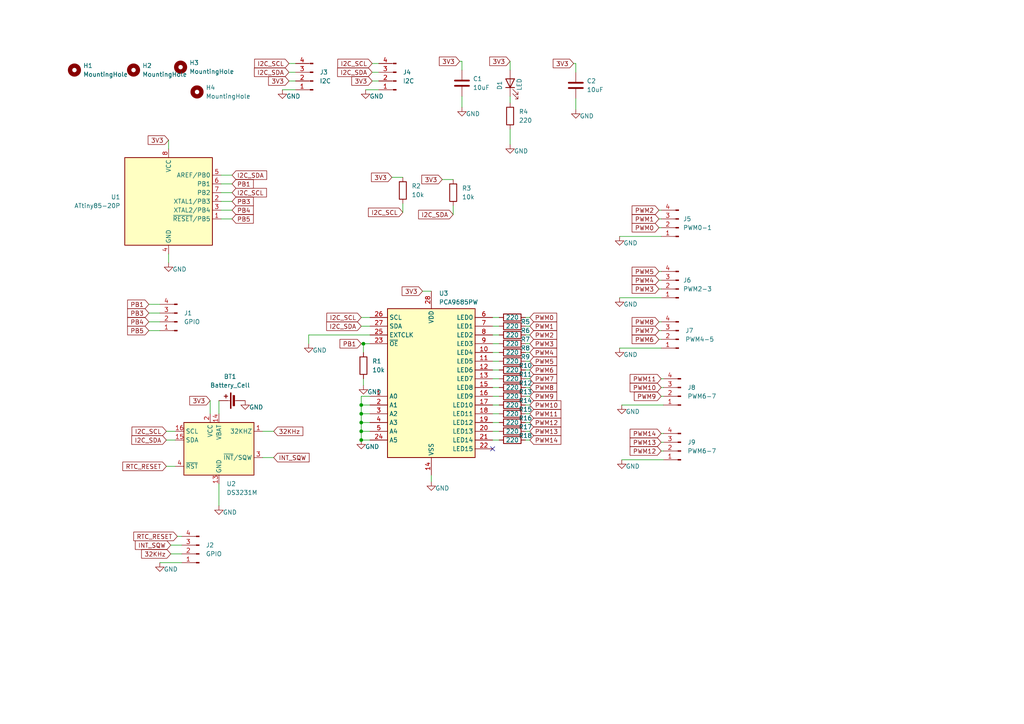
<source format=kicad_sch>
(kicad_sch (version 20231120) (generator "eeschema") (generator_version "8.0")
  (paper "A4")
  (lib_symbols
    (symbol "Connector:Conn_01x04_Male" (pin_names (offset 1.016) hide)
      (property "Reference" "J" (at 0 5.08 0))
      (property "Value" "Conn_01x04_Male" (at 0 -7.62 0))
      (symbol "Conn_01x04_Male_1_1"
        (polyline (pts (xy 1.27 -5.08) (xy 0.8636 -5.08)) (stroke (width 0.1524)))
        (polyline (pts (xy 1.27 -2.54) (xy 0.8636 -2.54)) (stroke (width 0.1524)))
        (polyline (pts (xy 1.27 0) (xy 0.8636 0)) (stroke (width 0.1524)))
        (polyline (pts (xy 1.27 2.54) (xy 0.8636 2.54)) (stroke (width 0.1524)))
        (rectangle (start 0.8636 -4.953) (end 0 -5.207) (stroke (width 0.1524)) (fill (type outline)))
        (rectangle (start 0.8636 -2.413) (end 0 -2.667) (stroke (width 0.1524)) (fill (type outline)))
        (rectangle (start 0.8636 0.127) (end 0 -0.127) (stroke (width 0.1524)) (fill (type outline)))
        (rectangle (start 0.8636 2.667) (end 0 2.413) (stroke (width 0.1524)) (fill (type outline)))
        (pin passive line (at 5.08 2.54 180) (length 3.81) (name "Pin_1") (number "1"))
        (pin passive line (at 5.08 0 180) (length 3.81) (name "Pin_2") (number "2"))
        (pin passive line (at 5.08 -2.54 180) (length 3.81) (name "Pin_3") (number "3"))
        (pin passive line (at 5.08 -5.08 180) (length 3.81) (name "Pin_4") (number "4"))
      )
    )
    (symbol "Device:Battery_Cell" (pin_numbers hide) (pin_names (offset 0) hide)
      (property "Reference" "BT" (at 2.54 2.54 0))
      (property "Value" "Battery_Cell" (at 2.54 0 0))
      (symbol "Battery_Cell_0_1"
        (rectangle (start -2.286 1.778) (end 2.286 1.524) (fill (type outline)))
        (rectangle (start -1.524 1.016) (end 1.524 0.508) (fill (type outline)))
        (polyline (pts (xy 0 0.762) (xy 0 0)))
        (polyline (pts (xy 0 1.778) (xy 0 2.54)))
        (polyline (pts (xy 0.762 3.048) (xy 1.778 3.048)) (stroke (width 0.254)))
        (polyline (pts (xy 1.27 3.556) (xy 1.27 2.54)) (stroke (width 0.254)))
      )
      (symbol "Battery_Cell_1_1"
        (pin passive line (at 0 5.08 270) (length 2.54) (name "+") (number "1"))
        (pin passive line (at 0 -2.54 90) (length 2.54) (name "-") (number "2"))
      )
    )
    (symbol "Device:C" (pin_numbers hide) (pin_names (offset 0.254))
      (property "Reference" "C" (at 0.635 2.54 0))
      (property "Value" "C" (at 0.635 -2.54 0))
      (symbol "C_0_1"
        (polyline (pts (xy -2.032 -0.762) (xy 2.032 -0.762)) (stroke (width 0.508)))
        (polyline (pts (xy -2.032 0.762) (xy 2.032 0.762)) (stroke (width 0.508)))
      )
      (symbol "C_1_1"
        (pin passive line (at 0 3.81 270) (length 2.794) (name "~") (number "1"))
        (pin passive line (at 0 -3.81 90) (length 2.794) (name "~") (number "2"))
      )
    )
    (symbol "Device:LED" (pin_numbers hide) (pin_names (offset 1.016) hide)
      (property "Reference" "D" (at 0 2.54 0))
      (property "Value" "LED" (at 0 -2.54 0))
      (symbol "LED_0_1"
        (polyline (pts (xy -1.27 -1.27) (xy -1.27 1.27)) (stroke (width 0.254)))
        (polyline (pts (xy -1.27 0) (xy 1.27 0)))
        (polyline (pts (xy 1.27 -1.27) (xy 1.27 1.27) (xy -1.27 0) (xy 1.27 -1.27)) (stroke (width 0.254)))
        (polyline (pts (xy -3.048 -0.762) (xy -4.572 -2.286) (xy -3.81 -2.286) (xy -4.572 -2.286) (xy -4.572 -1.524)))
        (polyline (pts (xy -1.778 -0.762) (xy -3.302 -2.286) (xy -2.54 -2.286) (xy -3.302 -2.286) (xy -3.302 -1.524)))
      )
      (symbol "LED_1_1"
        (pin passive line (at -3.81 0 0) (length 2.54) (name "K") (number "1"))
        (pin passive line (at 3.81 0 180) (length 2.54) (name "A") (number "2"))
      )
    )
    (symbol "Device:R" (pin_numbers hide) (pin_names (offset 0))
      (property "Reference" "R" (at 2.032 0 90))
      (property "Value" "R" (at 0 0 90))
      (symbol "R_0_1"
        (rectangle (start -1.016 -2.54) (end 1.016 2.54) (stroke (width 0.254)))
      )
      (symbol "R_1_1"
        (pin passive line (at 0 3.81 270) (length 1.27) (name "~") (number "1"))
        (pin passive line (at 0 -3.81 90) (length 1.27) (name "~") (number "2"))
      )
    )
    (symbol "Driver_LED:PCA9685PW"
      (property "Reference" "U" (at -12.7 22.225 0))
      (property "Value" "PCA9685PW" (at 1.27 22.225 0))
      (symbol "PCA9685PW_0_1"
        (rectangle (start -12.7 20.32) (end 12.7 -22.86) (stroke (width 0.254)) (fill (type background)))
      )
      (symbol "PCA9685PW_1_1"
        (pin input line (at -17.78 -5.08 0) (length 5.08) (name "A0") (number "1"))
        (pin output line (at 17.78 7.62 180) (length 5.08) (name "LED4") (number "10"))
        (pin output line (at 17.78 5.08 180) (length 5.08) (name "LED5") (number "11"))
        (pin output line (at 17.78 2.54 180) (length 5.08) (name "LED6") (number "12"))
        (pin output line (at 17.78 0 180) (length 5.08) (name "LED7") (number "13"))
        (pin power_in line (at 0 -27.94 90) (length 5.08) (name "VSS") (number "14"))
        (pin output line (at 17.78 -2.54 180) (length 5.08) (name "LED8") (number "15"))
        (pin output line (at 17.78 -5.08 180) (length 5.08) (name "LED9") (number "16"))
        (pin output line (at 17.78 -7.62 180) (length 5.08) (name "LED10") (number "17"))
        (pin output line (at 17.78 -10.16 180) (length 5.08) (name "LED11") (number "18"))
        (pin output line (at 17.78 -12.7 180) (length 5.08) (name "LED12") (number "19"))
        (pin input line (at -17.78 -7.62 0) (length 5.08) (name "A1") (number "2"))
        (pin output line (at 17.78 -15.24 180) (length 5.08) (name "LED13") (number "20"))
        (pin output line (at 17.78 -17.78 180) (length 5.08) (name "LED14") (number "21"))
        (pin output line (at 17.78 -20.32 180) (length 5.08) (name "LED15") (number "22"))
        (pin input line (at -17.78 10.16 0) (length 5.08) (name "~{OE}") (number "23"))
        (pin input line (at -17.78 -17.78 0) (length 5.08) (name "A5") (number "24"))
        (pin input line (at -17.78 12.7 0) (length 5.08) (name "EXTCLK") (number "25"))
        (pin input line (at -17.78 17.78 0) (length 5.08) (name "SCL") (number "26"))
        (pin bidirectional line (at -17.78 15.24 0) (length 5.08) (name "SDA") (number "27"))
        (pin power_in line (at 0 25.4 270) (length 5.08) (name "VDD") (number "28"))
        (pin input line (at -17.78 -10.16 0) (length 5.08) (name "A2") (number "3"))
        (pin input line (at -17.78 -12.7 0) (length 5.08) (name "A3") (number "4"))
        (pin input line (at -17.78 -15.24 0) (length 5.08) (name "A4") (number "5"))
        (pin output line (at 17.78 17.78 180) (length 5.08) (name "LED0") (number "6"))
        (pin output line (at 17.78 15.24 180) (length 5.08) (name "LED1") (number "7"))
        (pin output line (at 17.78 12.7 180) (length 5.08) (name "LED2") (number "8"))
        (pin output line (at 17.78 10.16 180) (length 5.08) (name "LED3") (number "9"))
      )
    )
    (symbol "MCU_Microchip_ATtiny:ATtiny85-20P"
      (property "Reference" "U" (at -12.7 13.97 0))
      (property "Value" "ATtiny85-20P" (at 2.54 -13.97 0))
      (symbol "ATtiny85-20P_0_1"
        (rectangle (start -12.7 -12.7) (end 12.7 12.7) (stroke (width 0.254)) (fill (type background)))
      )
      (symbol "ATtiny85-20P_1_1"
        (pin bidirectional line (at 15.24 -5.08 180) (length 2.54) (name "~{RESET}/PB5") (number "1"))
        (pin bidirectional line (at 15.24 0 180) (length 2.54) (name "XTAL1/PB3") (number "2"))
        (pin bidirectional line (at 15.24 -2.54 180) (length 2.54) (name "XTAL2/PB4") (number "3"))
        (pin power_in line (at 0 -15.24 90) (length 2.54) (name "GND") (number "4"))
        (pin bidirectional line (at 15.24 7.62 180) (length 2.54) (name "AREF/PB0") (number "5"))
        (pin bidirectional line (at 15.24 5.08 180) (length 2.54) (name "PB1") (number "6"))
        (pin bidirectional line (at 15.24 2.54 180) (length 2.54) (name "PB2") (number "7"))
        (pin power_in line (at 0 15.24 270) (length 2.54) (name "VCC") (number "8"))
      )
    )
    (symbol "Mechanical:MountingHole" (pin_names (offset 1.016))
      (property "Reference" "H" (at 0 5.08 0))
      (property "Value" "MountingHole" (at 0 3.175 0))
      (symbol "MountingHole_0_1"
        (circle (center 0 0) (radius 1.27) (stroke (width 1.27)))
      )
    )
    (symbol "Timer_RTC:DS3231M"
      (property "Reference" "U" (at -7.62 8.89 0))
      (property "Value" "DS3231M" (at 10.16 8.89 0))
      (symbol "DS3231M_0_1"
        (rectangle (start -10.16 7.62) (end 10.16 -7.62) (stroke (width 0.254)) (fill (type background)))
      )
      (symbol "DS3231M_1_1"
        (pin open_collector line (at 12.7 5.08 180) (length 2.54) (name "32KHZ") (number "1"))
        (pin passive line (at 0 -10.16 90) (length 2.54) hide (name "GND") (number "10"))
        (pin passive line (at 0 -10.16 90) (length 2.54) hide (name "GND") (number "11"))
        (pin passive line (at 0 -10.16 90) (length 2.54) hide (name "GND") (number "12"))
        (pin power_in line (at 0 -10.16 90) (length 2.54) (name "GND") (number "13"))
        (pin power_in line (at 0 10.16 270) (length 2.54) (name "VBAT") (number "14"))
        (pin bidirectional line (at -12.7 2.54 0) (length 2.54) (name "SDA") (number "15"))
        (pin input line (at -12.7 5.08 0) (length 2.54) (name "SCL") (number "16"))
        (pin power_in line (at -2.54 10.16 270) (length 2.54) (name "VCC") (number "2"))
        (pin open_collector line (at 12.7 -2.54 180) (length 2.54) (name "~{INT}/SQW") (number "3"))
        (pin bidirectional line (at -12.7 -5.08 0) (length 2.54) (name "~{RST}") (number "4"))
        (pin passive line (at 0 -10.16 90) (length 2.54) hide (name "GND") (number "5"))
        (pin passive line (at 0 -10.16 90) (length 2.54) hide (name "GND") (number "6"))
        (pin passive line (at 0 -10.16 90) (length 2.54) hide (name "GND") (number "7"))
        (pin passive line (at 0 -10.16 90) (length 2.54) hide (name "GND") (number "8"))
        (pin passive line (at 0 -10.16 90) (length 2.54) hide (name "GND") (number "9"))
      )
    )
    (symbol "power:GND" (power) (pin_names (offset 0))
      (property "Value" "GND" (at 0 -3.81 0))
      (symbol "GND_0_1"
        (polyline (pts (xy 0 0) (xy 0 -1.27) (xy 1.27 -1.27) (xy 0 -2.54) (xy -1.27 -1.27) (xy 0 -1.27)))
      )
      (symbol "GND_1_1"
        (pin power_in line (at 0 0 270) (length 0) hide (name "GND") (number "1"))
      )
    )
  )
  (junction (at 104.775 127.635))
  (junction (at 104.775 125.095))
  (junction (at 104.775 122.555))
  (junction (at 104.775 120.015))
  (junction (at 104.775 117.475))
  (junction (at 105.41 99.695))
  (no_connect (at 142.875 130.175))
  (wire (pts (xy 104.775 125.095) (xy 104.775 127.635)))
  (wire (pts (xy 179.705 100.965) (xy 191.77 100.965)))
  (wire (pts (xy 144.78 102.235) (xy 142.875 102.235)))
  (wire (pts (xy 133.985 31.115) (xy 133.985 27.94)))
  (wire (pts (xy 43.18 88.265) (xy 46.355 88.265)))
  (wire (pts (xy 191.135 83.82) (xy 191.77 83.82)))
  (wire (pts (xy 122.555 84.455) (xy 125.095 84.455)))
  (wire (pts (xy 107.315 122.555) (xy 104.775 122.555)))
  (wire (pts (xy 51.435 155.575) (xy 52.705 155.575)))
  (wire (pts (xy 83.82 18.415) (xy 85.725 18.415)))
  (wire (pts (xy 105.41 109.855) (xy 105.41 111.76)))
  (wire (pts (xy 147.955 29.845) (xy 147.955 27.94)))
  (wire (pts (xy 67.31 55.88) (xy 64.135 55.88)))
  (wire (pts (xy 133.985 17.78) (xy 133.985 20.32)))
  (wire (pts (xy 144.78 112.395) (xy 142.875 112.395)))
  (wire (pts (xy 144.78 125.095) (xy 142.875 125.095)))
  (wire (pts (xy 179.705 68.58) (xy 191.77 68.58)))
  (wire (pts (xy 152.4 104.775) (xy 153.67 104.775)))
  (wire (pts (xy 48.895 76.2) (xy 48.895 73.66)))
  (wire (pts (xy 152.4 120.015) (xy 153.67 120.015)))
  (wire (pts (xy 104.775 99.695) (xy 105.41 99.695)))
  (wire (pts (xy 67.31 63.5) (xy 64.135 63.5)))
  (wire (pts (xy 191.77 109.855) (xy 192.405 109.855)))
  (wire (pts (xy 147.955 41.91) (xy 147.955 37.465)))
  (wire (pts (xy 48.26 127.635) (xy 50.8 127.635)))
  (wire (pts (xy 152.4 92.075) (xy 153.67 92.075)))
  (wire (pts (xy 104.775 117.475) (xy 104.775 120.015)))
  (wire (pts (xy 152.4 117.475) (xy 153.67 117.475)))
  (wire (pts (xy 191.77 114.935) (xy 192.405 114.935)))
  (wire (pts (xy 104.775 114.935) (xy 104.775 117.475)))
  (wire (pts (xy 191.77 125.73) (xy 192.405 125.73)))
  (wire (pts (xy 144.78 107.315) (xy 142.875 107.315)))
  (wire (pts (xy 48.895 40.64) (xy 48.895 43.18)))
  (wire (pts (xy 60.96 116.205) (xy 60.96 120.015)))
  (wire (pts (xy 152.4 109.855) (xy 153.67 109.855)))
  (wire (pts (xy 107.315 117.475) (xy 104.775 117.475)))
  (wire (pts (xy 67.31 58.42) (xy 64.135 58.42)))
  (wire (pts (xy 116.84 51.435) (xy 113.665 51.435)))
  (wire (pts (xy 167.005 31.75) (xy 167.005 28.575)))
  (wire (pts (xy 107.95 18.415) (xy 109.855 18.415)))
  (wire (pts (xy 180.34 133.35) (xy 192.405 133.35)))
  (wire (pts (xy 67.31 60.96) (xy 64.135 60.96)))
  (wire (pts (xy 180.34 117.475) (xy 192.405 117.475)))
  (wire (pts (xy 83.82 20.955) (xy 85.725 20.955)))
  (wire (pts (xy 63.5 116.205) (xy 63.5 120.015)))
  (wire (pts (xy 107.315 120.015) (xy 104.775 120.015)))
  (wire (pts (xy 191.135 60.96) (xy 191.77 60.96)))
  (wire (pts (xy 147.955 17.78) (xy 147.955 20.32)))
  (wire (pts (xy 144.78 104.775) (xy 142.875 104.775)))
  (wire (pts (xy 191.135 81.28) (xy 191.77 81.28)))
  (wire (pts (xy 144.78 92.075) (xy 142.875 92.075)))
  (wire (pts (xy 166.37 18.415) (xy 167.005 18.415)))
  (wire (pts (xy 104.775 120.015) (xy 104.775 122.555)))
  (wire (pts (xy 104.775 125.095) (xy 107.315 125.095)))
  (wire (pts (xy 152.4 112.395) (xy 153.67 112.395)))
  (wire (pts (xy 152.4 122.555) (xy 153.67 122.555)))
  (wire (pts (xy 179.705 86.36) (xy 191.77 86.36)))
  (wire (pts (xy 107.315 97.155) (xy 89.535 97.155)))
  (wire (pts (xy 191.77 112.395) (xy 192.405 112.395)))
  (wire (pts (xy 105.41 99.695) (xy 107.315 99.695)))
  (wire (pts (xy 83.82 23.495) (xy 85.725 23.495)))
  (wire (pts (xy 152.4 102.235) (xy 153.67 102.235)))
  (wire (pts (xy 105.41 102.235) (xy 105.41 99.695)))
  (wire (pts (xy 43.18 90.805) (xy 46.355 90.805)))
  (wire (pts (xy 125.095 139.7) (xy 125.095 137.795)))
  (wire (pts (xy 144.78 114.935) (xy 142.875 114.935)))
  (wire (pts (xy 43.18 95.885) (xy 46.355 95.885)))
  (wire (pts (xy 167.005 18.415) (xy 167.005 20.955)))
  (wire (pts (xy 107.95 20.955) (xy 109.855 20.955)))
  (wire (pts (xy 107.315 114.935) (xy 104.775 114.935)))
  (wire (pts (xy 48.26 135.255) (xy 50.8 135.255)))
  (wire (pts (xy 43.18 93.345) (xy 46.355 93.345)))
  (wire (pts (xy 48.26 125.095) (xy 50.8 125.095)))
  (wire (pts (xy 67.31 53.34) (xy 64.135 53.34)))
  (wire (pts (xy 144.78 127.635) (xy 142.875 127.635)))
  (wire (pts (xy 152.4 97.155) (xy 153.67 97.155)))
  (wire (pts (xy 144.78 97.155) (xy 142.875 97.155)))
  (wire (pts (xy 144.78 109.855) (xy 142.875 109.855)))
  (wire (pts (xy 79.375 125.095) (xy 76.2 125.095)))
  (wire (pts (xy 104.775 127.635) (xy 107.315 127.635)))
  (wire (pts (xy 144.78 117.475) (xy 142.875 117.475)))
  (wire (pts (xy 67.31 50.8) (xy 64.135 50.8)))
  (wire (pts (xy 89.535 97.155) (xy 89.535 99.695)))
  (wire (pts (xy 133.35 17.78) (xy 133.985 17.78)))
  (wire (pts (xy 104.775 122.555) (xy 104.775 125.095)))
  (wire (pts (xy 116.84 61.595) (xy 116.84 59.055)))
  (wire (pts (xy 191.77 128.27) (xy 192.405 128.27)))
  (wire (pts (xy 144.78 94.615) (xy 142.875 94.615)))
  (wire (pts (xy 49.53 158.115) (xy 52.705 158.115)))
  (wire (pts (xy 152.4 107.315) (xy 153.67 107.315)))
  (wire (pts (xy 81.915 26.035) (xy 85.725 26.035)))
  (wire (pts (xy 191.135 95.885) (xy 191.77 95.885)))
  (wire (pts (xy 144.78 120.015) (xy 142.875 120.015)))
  (wire (pts (xy 131.445 52.07) (xy 128.27 52.07)))
  (wire (pts (xy 107.95 23.495) (xy 109.855 23.495)))
  (wire (pts (xy 152.4 125.095) (xy 153.67 125.095)))
  (wire (pts (xy 152.4 99.695) (xy 153.67 99.695)))
  (wire (pts (xy 131.445 62.23) (xy 131.445 59.69)))
  (wire (pts (xy 63.5 146.685) (xy 63.5 140.335)))
  (wire (pts (xy 191.135 66.04) (xy 191.77 66.04)))
  (wire (pts (xy 191.135 93.345) (xy 191.77 93.345)))
  (wire (pts (xy 144.78 99.695) (xy 142.875 99.695)))
  (wire (pts (xy 49.53 160.655) (xy 52.705 160.655)))
  (wire (pts (xy 46.355 163.195) (xy 52.705 163.195)))
  (wire (pts (xy 106.045 26.035) (xy 109.855 26.035)))
  (wire (pts (xy 152.4 127.635) (xy 153.67 127.635)))
  (wire (pts (xy 191.135 98.425) (xy 191.77 98.425)))
  (wire (pts (xy 144.78 122.555) (xy 142.875 122.555)))
  (wire (pts (xy 191.77 130.81) (xy 192.405 130.81)))
  (wire (pts (xy 191.135 78.74) (xy 191.77 78.74)))
  (wire (pts (xy 79.375 132.715) (xy 76.2 132.715)))
  (wire (pts (xy 104.775 92.075) (xy 107.315 92.075)))
  (wire (pts (xy 104.775 94.615) (xy 107.315 94.615)))
  (wire (pts (xy 191.135 63.5) (xy 191.77 63.5)))
  (wire (pts (xy 152.4 94.615) (xy 153.67 94.615)))
  (wire (pts (xy 152.4 114.935) (xy 153.67 114.935)))
  (global_label "PWM11" (shape input) (at 153.67 120.015 0) (property "Intersheetrefs" "${INTERSHEET_REFS}" (effects (hide yes))))
  (global_label "PWM0" (shape input) (at 191.135 66.04 180) (property "Intersheetrefs" "${INTERSHEET_REFS}" (effects (hide yes))))
  (global_label "3V3" (shape input) (at 113.665 51.435 180) (property "Intersheetrefs" "${INTERSHEET_REFS}" (effects (hide yes))))
  (global_label "PWM12" (shape input) (at 153.67 122.555 0) (property "Intersheetrefs" "${INTERSHEET_REFS}" (effects (hide yes))))
  (global_label "I2C_SCL" (shape input) (at 83.82 18.415 180) (property "Intersheetrefs" "${INTERSHEET_REFS}" (effects (hide yes))))
  (global_label "PWM6" (shape input) (at 153.67 107.315 0) (property "Intersheetrefs" "${INTERSHEET_REFS}" (effects (hide yes))))
  (global_label "PWM3" (shape input) (at 191.135 83.82 180) (property "Intersheetrefs" "${INTERSHEET_REFS}" (effects (hide yes))))
  (global_label "I2C_SCL" (shape input) (at 116.84 61.595 180) (property "Intersheetrefs" "${INTERSHEET_REFS}" (effects (hide yes))))
  (global_label "I2C_SDA" (shape input) (at 83.82 20.955 180) (property "Intersheetrefs" "${INTERSHEET_REFS}" (effects (hide yes))))
  (global_label "PWM9" (shape input) (at 191.77 114.935 180) (property "Intersheetrefs" "${INTERSHEET_REFS}" (effects (hide yes))))
  (global_label "3V3" (shape input) (at 128.27 52.07 180) (property "Intersheetrefs" "${INTERSHEET_REFS}" (effects (hide yes))))
  (global_label "PB3" (shape input) (at 67.31 58.42 0) (property "Intersheetrefs" "${INTERSHEET_REFS}" (effects (hide yes))))
  (global_label "PWM13" (shape input) (at 191.77 128.27 180) (property "Intersheetrefs" "${INTERSHEET_REFS}" (effects (hide yes))))
  (global_label "3V3" (shape input) (at 83.82 23.495 180) (property "Intersheetrefs" "${INTERSHEET_REFS}" (effects (hide yes))))
  (global_label "3V3" (shape input) (at 133.35 17.78 180) (property "Intersheetrefs" "${INTERSHEET_REFS}" (effects (hide yes))))
  (global_label "PB5" (shape input) (at 43.18 95.885 180) (property "Intersheetrefs" "${INTERSHEET_REFS}" (effects (hide yes))))
  (global_label "INT_SQW" (shape input) (at 79.375 132.715 0) (property "Intersheetrefs" "${INTERSHEET_REFS}" (effects (hide yes))))
  (global_label "PWM3" (shape input) (at 153.67 99.695 0) (property "Intersheetrefs" "${INTERSHEET_REFS}" (effects (hide yes))))
  (global_label "PWM2" (shape input) (at 153.67 97.155 0) (property "Intersheetrefs" "${INTERSHEET_REFS}" (effects (hide yes))))
  (global_label "RTC_RESET" (shape input) (at 48.26 135.255 180) (property "Intersheetrefs" "${INTERSHEET_REFS}" (effects (hide yes))))
  (global_label "3V3" (shape input) (at 60.96 116.205 180) (property "Intersheetrefs" "${INTERSHEET_REFS}" (effects (hide yes))))
  (global_label "32KHz" (shape input) (at 49.53 160.655 180) (property "Intersheetrefs" "${INTERSHEET_REFS}" (effects (hide yes))))
  (global_label "3V3" (shape input) (at 107.95 23.495 180) (property "Intersheetrefs" "${INTERSHEET_REFS}" (effects (hide yes))))
  (global_label "PWM10" (shape input) (at 153.67 117.475 0) (property "Intersheetrefs" "${INTERSHEET_REFS}" (effects (hide yes))))
  (global_label "PB1" (shape input) (at 104.775 99.695 180) (property "Intersheetrefs" "${INTERSHEET_REFS}" (effects (hide yes))))
  (global_label "I2C_SDA" (shape input) (at 131.445 62.23 180) (property "Intersheetrefs" "${INTERSHEET_REFS}" (effects (hide yes))))
  (global_label "I2C_SCL" (shape input) (at 48.26 125.095 180) (property "Intersheetrefs" "${INTERSHEET_REFS}" (effects (hide yes))))
  (global_label "PB4" (shape input) (at 43.18 93.345 180) (property "Intersheetrefs" "${INTERSHEET_REFS}" (effects (hide yes))))
  (global_label "3V3" (shape input) (at 166.37 18.415 180) (property "Intersheetrefs" "${INTERSHEET_REFS}" (effects (hide yes))))
  (global_label "PB5" (shape input) (at 67.31 63.5 0) (property "Intersheetrefs" "${INTERSHEET_REFS}" (effects (hide yes))))
  (global_label "PWM6" (shape input) (at 191.135 98.425 180) (property "Intersheetrefs" "${INTERSHEET_REFS}" (effects (hide yes))))
  (global_label "3V3" (shape input) (at 147.955 17.78 180) (property "Intersheetrefs" "${INTERSHEET_REFS}" (effects (hide yes))))
  (global_label "PWM1" (shape input) (at 191.135 63.5 180) (property "Intersheetrefs" "${INTERSHEET_REFS}" (effects (hide yes))))
  (global_label "I2C_SDA" (shape input) (at 107.95 20.955 180) (property "Intersheetrefs" "${INTERSHEET_REFS}" (effects (hide yes))))
  (global_label "I2C_SCL" (shape input) (at 107.95 18.415 180) (property "Intersheetrefs" "${INTERSHEET_REFS}" (effects (hide yes))))
  (global_label "32KHz" (shape input) (at 79.375 125.095 0) (property "Intersheetrefs" "${INTERSHEET_REFS}" (effects (hide yes))))
  (global_label "PWM8" (shape input) (at 153.67 112.395 0) (property "Intersheetrefs" "${INTERSHEET_REFS}" (effects (hide yes))))
  (global_label "PWM9" (shape input) (at 153.67 114.935 0) (property "Intersheetrefs" "${INTERSHEET_REFS}" (effects (hide yes))))
  (global_label "3V3" (shape input) (at 48.895 40.64 180) (property "Intersheetrefs" "${INTERSHEET_REFS}" (effects (hide yes))))
  (global_label "PWM7" (shape input) (at 191.135 95.885 180) (property "Intersheetrefs" "${INTERSHEET_REFS}" (effects (hide yes))))
  (global_label "PWM1" (shape input) (at 153.67 94.615 0) (property "Intersheetrefs" "${INTERSHEET_REFS}" (effects (hide yes))))
  (global_label "PB1" (shape input) (at 43.18 88.265 180) (property "Intersheetrefs" "${INTERSHEET_REFS}" (effects (hide yes))))
  (global_label "I2C_SCL" (shape input) (at 67.31 55.88 0) (property "Intersheetrefs" "${INTERSHEET_REFS}" (effects (hide yes))))
  (global_label "PWM14" (shape input) (at 153.67 127.635 0) (property "Intersheetrefs" "${INTERSHEET_REFS}" (effects (hide yes))))
  (global_label "PWM4" (shape input) (at 153.67 102.235 0) (property "Intersheetrefs" "${INTERSHEET_REFS}" (effects (hide yes))))
  (global_label "I2C_SCL" (shape input) (at 104.775 92.075 180) (property "Intersheetrefs" "${INTERSHEET_REFS}" (effects (hide yes))))
  (global_label "PWM2" (shape input) (at 191.135 60.96 180) (property "Intersheetrefs" "${INTERSHEET_REFS}" (effects (hide yes))))
  (global_label "PB3" (shape input) (at 43.18 90.805 180) (property "Intersheetrefs" "${INTERSHEET_REFS}" (effects (hide yes))))
  (global_label "PWM14" (shape input) (at 191.77 125.73 180) (property "Intersheetrefs" "${INTERSHEET_REFS}" (effects (hide yes))))
  (global_label "3V3" (shape input) (at 122.555 84.455 180) (property "Intersheetrefs" "${INTERSHEET_REFS}" (effects (hide yes))))
  (global_label "INT_SQW" (shape input) (at 49.53 158.115 180) (property "Intersheetrefs" "${INTERSHEET_REFS}" (effects (hide yes))))
  (global_label "PWM11" (shape input) (at 191.77 109.855 180) (property "Intersheetrefs" "${INTERSHEET_REFS}" (effects (hide yes))))
  (global_label "I2C_SDA" (shape input) (at 104.775 94.615 180) (property "Intersheetrefs" "${INTERSHEET_REFS}" (effects (hide yes))))
  (global_label "PB1" (shape input) (at 67.31 53.34 0) (property "Intersheetrefs" "${INTERSHEET_REFS}" (effects (hide yes))))
  (global_label "PWM10" (shape input) (at 191.77 112.395 180) (property "Intersheetrefs" "${INTERSHEET_REFS}" (effects (hide yes))))
  (global_label "PWM5" (shape input) (at 191.135 78.74 180) (property "Intersheetrefs" "${INTERSHEET_REFS}" (effects (hide yes))))
  (global_label "PWM0" (shape input) (at 153.67 92.075 0) (property "Intersheetrefs" "${INTERSHEET_REFS}" (effects (hide yes))))
  (global_label "RTC_RESET" (shape input) (at 51.435 155.575 180) (property "Intersheetrefs" "${INTERSHEET_REFS}" (effects (hide yes))))
  (global_label "PWM8" (shape input) (at 191.135 93.345 180) (property "Intersheetrefs" "${INTERSHEET_REFS}" (effects (hide yes))))
  (global_label "PWM13" (shape input) (at 153.67 125.095 0) (property "Intersheetrefs" "${INTERSHEET_REFS}" (effects (hide yes))))
  (global_label "PWM4" (shape input) (at 191.135 81.28 180) (property "Intersheetrefs" "${INTERSHEET_REFS}" (effects (hide yes))))
  (global_label "PWM7" (shape input) (at 153.67 109.855 0) (property "Intersheetrefs" "${INTERSHEET_REFS}" (effects (hide yes))))
  (global_label "I2C_SDA" (shape input) (at 67.31 50.8 0) (property "Intersheetrefs" "${INTERSHEET_REFS}" (effects (hide yes))))
  (global_label "PWM12" (shape input) (at 191.77 130.81 180) (property "Intersheetrefs" "${INTERSHEET_REFS}" (effects (hide yes))))
  (global_label "PB4" (shape input) (at 67.31 60.96 0) (property "Intersheetrefs" "${INTERSHEET_REFS}" (effects (hide yes))))
  (global_label "I2C_SDA" (shape input) (at 48.26 127.635 180) (property "Intersheetrefs" "${INTERSHEET_REFS}" (effects (hide yes))))
  (global_label "PWM5" (shape input) (at 153.67 104.775 0) (property "Intersheetrefs" "${INTERSHEET_REFS}" (effects (hide yes))))
  (symbol (lib_id "Timer_RTC:DS3231M") (at 63.5 130.175 0) (unit 1)
    (property "Reference" "U2" (at 65.6941 140.335 0) (effects (justify left)))
    (property "Value" "DS3231M" (at 65.6941 142.875 0) (effects (justify left)))
    (property "Footprint" "Package_SO:SOIC-16W_7.5x10.3mm_P1.27mm" (effects (hide yes)))
    (property "Datasheet" "http://datasheets.maximintegrated.com/en/ds/DS3231.pdf" (effects (hide yes)))
  )
  (symbol (lib_id "Device:R") (at 148.59 120.015 90) (unit 1)
    (property "Reference" "R16" (at 152.4 121.285 90))
    (property "Value" "220" (at 148.59 120.015 90))
    (property "Footprint" "Resistor_SMD:R_0805_2012Metric" (effects (hide yes)))
  )
  (symbol (lib_id "Mechanical:MountingHole") (at 57.15 26.67 0) (unit 1)
    (property "Reference" "H4" (at 59.69 25.4 0) (effects (justify left)))
    (property "Value" "MountingHole" (at 59.69 27.94 0) (effects (justify left)))
    (property "Footprint" "MountingHole:MountingHole_3.2mm_M3_DIN965_Pad" (effects (hide yes)))
  )
  (symbol (lib_id "power:GND") (at 125.095 139.7 0) (unit 1)
    (property "Reference" "#PWR010" (effects (hide yes)))
    (property "Value" "GND" (at 128.27 141.605 0))
  )
  (symbol (lib_id "Device:R") (at 148.59 92.075 90) (unit 1)
    (property "Reference" "R5" (at 152.4 93.345 90))
    (property "Value" "220" (at 148.59 92.075 90))
    (property "Footprint" "Resistor_SMD:R_0805_2012Metric" (effects (hide yes)))
  )
  (symbol (lib_id "Device:R") (at 148.59 117.475 90) (unit 1)
    (property "Reference" "R15" (at 152.4 118.745 90))
    (property "Value" "220" (at 148.59 117.475 90))
    (property "Footprint" "Resistor_SMD:R_0805_2012Metric" (effects (hide yes)))
  )
  (symbol (lib_id "power:GND") (at 104.775 127.635 0) (unit 1)
    (property "Reference" "#PWR07" (effects (hide yes)))
    (property "Value" "GND" (at 107.95 129.54 0))
  )
  (symbol (lib_id "Mechanical:MountingHole") (at 52.3794 19.4803 0) (unit 1)
    (property "Reference" "H3" (at 54.9194 18.2103 0) (effects (justify left)))
    (property "Value" "MountingHole" (at 54.9194 20.7503 0) (effects (justify left)))
    (property "Footprint" "MountingHole:MountingHole_3.2mm_M3_DIN965_Pad" (effects (hide yes)))
  )
  (symbol (lib_id "Device:R") (at 148.59 107.315 90) (unit 1)
    (property "Reference" "R11" (at 152.4 108.585 90))
    (property "Value" "220" (at 148.59 107.315 90))
    (property "Footprint" "Resistor_SMD:R_0805_2012Metric" (effects (hide yes)))
  )
  (symbol (lib_id "Device:Battery_Cell") (at 68.58 116.205 90) (unit 1)
    (property "Reference" "BT1" (at 66.7385 109.22 90))
    (property "Value" "Battery_Cell" (at 66.7385 111.76 90))
    (property "Footprint" "Battery:BatteryHolder_Keystone_3000_1x12mm" (effects (hide yes)))
  )
  (symbol (lib_id "Connector:Conn_01x04_Male") (at 196.85 66.04 180) (unit 1)
    (property "Reference" "J5" (at 198.12 63.5 0) (effects (justify right)))
    (property "Value" "PWM0-1" (at 198.12 66.04 0) (effects (justify right)))
    (property "Footprint" "Connector_JST:JST_SH_BM04B-SRSS-TB_1x04-1MP_P1.00mm_Vertical" (effects (hide yes)))
    (property "Datasheet" "https://www.mouser.com/datasheet/2/737/4328_C13916_001_CCSH_W10_04_BK_RC_A-2490211.pdf" (effects (hide yes)))
    (property "Description" "Adafruit Accessories JST SH 4-pin Vertical Connector (10-pack) - Qwiic Compatible" (effects (hide yes)))
    (property "Digikey Part Number" "1528-4328-ND" (effects (hide yes)))
    (property "Digikey Price/Stock" "https://www.digikey.com/en/products/detail/adafruit-industries-llc/4328/10481838" (effects (hide yes)))
    (property "Manufacturer_Name" "Adafruit Industries LLC" (effects (hide yes)))
    (property "Manufacturer_Part_Number" "4328" (effects (hide yes)))
    (property "Mouser Part Number" "485-4328" (effects (hide yes)))
    (property "Mouser Price/Stock" "https://www.mouser.com/ProductDetail/Adafruit/4328?qs=wnTfsH77Xs6Ypm3wH0xoXg%3D%3D" (effects (hide yes)))
    (property "Unit Price" "3.95" (effects (hide yes)))
  )
  (symbol (lib_id "power:GND") (at 48.895 76.2 0) (unit 1)
    (property "Reference" "#PWR02" (effects (hide yes)))
    (property "Value" "GND" (at 52.07 78.105 0))
  )
  (symbol (lib_id "power:GND") (at 179.705 68.58 0) (unit 1)
    (property "Reference" "#PWR014" (effects (hide yes)))
    (property "Value" "GND" (at 182.88 70.485 0))
  )
  (symbol (lib_id "power:GND") (at 147.955 41.91 0) (unit 1)
    (property "Reference" "#PWR012" (effects (hide yes)))
    (property "Value" "GND" (at 151.13 43.815 0))
  )
  (symbol (lib_id "Connector:Conn_01x04_Male") (at 197.485 130.81 180) (unit 1)
    (property "Reference" "J9" (at 199.39 128.27 0) (effects (justify right)))
    (property "Value" "PWM6-7" (at 199.39 130.81 0) (effects (justify right)))
    (property "Footprint" "Connector_JST:JST_SH_BM04B-SRSS-TB_1x04-1MP_P1.00mm_Vertical" (effects (hide yes)))
    (property "Datasheet" "https://www.mouser.com/datasheet/2/737/4328_C13916_001_CCSH_W10_04_BK_RC_A-2490211.pdf" (effects (hide yes)))
    (property "Description" "Adafruit Accessories JST SH 4-pin Vertical Connector (10-pack) - Qwiic Compatible" (effects (hide yes)))
    (property "Digikey Part Number" "1528-4328-ND" (effects (hide yes)))
    (property "Digikey Price/Stock" "https://www.digikey.com/en/products/detail/adafruit-industries-llc/4328/10481838" (effects (hide yes)))
    (property "Manufacturer_Name" "Adafruit Industries LLC" (effects (hide yes)))
    (property "Manufacturer_Part_Number" "4328" (effects (hide yes)))
    (property "Mouser Part Number" "485-4328" (effects (hide yes)))
    (property "Mouser Price/Stock" "https://www.mouser.com/ProductDetail/Adafruit/4328?qs=wnTfsH77Xs6Ypm3wH0xoXg%3D%3D" (effects (hide yes)))
    (property "Unit Price" "3.95" (effects (hide yes)))
  )
  (symbol (lib_id "Connector:Conn_01x04_Male") (at 57.785 160.655 180) (unit 1)
    (property "Reference" "J2" (at 59.69 158.115 0) (effects (justify right)))
    (property "Value" "GPIO" (at 59.69 160.655 0) (effects (justify right)))
    (property "Footprint" "Connector_JST:JST_SH_BM04B-SRSS-TB_1x04-1MP_P1.00mm_Vertical" (effects (hide yes)))
    (property "Datasheet" "https://www.mouser.com/datasheet/2/737/4328_C13916_001_CCSH_W10_04_BK_RC_A-2490211.pdf" (effects (hide yes)))
    (property "Description" "Adafruit Accessories JST SH 4-pin Vertical Connector (10-pack) - Qwiic Compatible" (effects (hide yes)))
    (property "Digikey Part Number" "1528-4328-ND" (effects (hide yes)))
    (property "Digikey Price/Stock" "https://www.digikey.com/en/products/detail/adafruit-industries-llc/4328/10481838" (effects (hide yes)))
    (property "Manufacturer_Name" "Adafruit Industries LLC" (effects (hide yes)))
    (property "Manufacturer_Part_Number" "4328" (effects (hide yes)))
    (property "Mouser Part Number" "485-4328" (effects (hide yes)))
    (property "Mouser Price/Stock" "https://www.mouser.com/ProductDetail/Adafruit/4328?qs=wnTfsH77Xs6Ypm3wH0xoXg%3D%3D" (effects (hide yes)))
    (property "Unit Price" "3.95" (effects (hide yes)))
  )
  (symbol (lib_id "Device:R") (at 105.41 106.045 0) (unit 1)
    (property "Reference" "R1" (at 107.95 104.775 0) (effects (justify left)))
    (property "Value" "10k" (at 107.95 107.315 0) (effects (justify left)))
    (property "Footprint" "Resistor_SMD:R_0805_2012Metric" (effects (hide yes)))
  )
  (symbol (lib_id "power:GND") (at 106.045 26.035 0) (unit 1)
    (property "Reference" "#PWR09" (effects (hide yes)))
    (property "Value" "GND" (at 109.22 27.94 0))
  )
  (symbol (lib_id "Device:R") (at 148.59 97.155 90) (unit 1)
    (property "Reference" "R7" (at 152.4 98.425 90))
    (property "Value" "220" (at 148.59 97.155 90))
    (property "Footprint" "Resistor_SMD:R_0805_2012Metric" (effects (hide yes)))
  )
  (symbol (lib_id "power:GND") (at 89.535 99.695 0) (unit 1)
    (property "Reference" "#PWR06" (effects (hide yes)))
    (property "Value" "GND" (at 92.71 101.6 0))
  )
  (symbol (lib_id "Device:R") (at 131.445 55.88 0) (unit 1)
    (property "Reference" "R3" (at 133.985 54.61 0) (effects (justify left)))
    (property "Value" "10k" (at 133.985 57.15 0) (effects (justify left)))
    (property "Footprint" "Resistor_SMD:R_0805_2012Metric" (effects (hide yes)))
  )
  (symbol (lib_id "power:GND") (at 133.985 31.115 0) (unit 1)
    (property "Reference" "#PWR011" (effects (hide yes)))
    (property "Value" "GND" (at 137.16 33.02 0))
  )
  (symbol (lib_id "Device:R") (at 148.59 99.695 90) (unit 1)
    (property "Reference" "R8" (at 152.4 100.965 90))
    (property "Value" "220" (at 148.59 99.695 90))
    (property "Footprint" "Resistor_SMD:R_0805_2012Metric" (effects (hide yes)))
  )
  (symbol (lib_id "Connector:Conn_01x04_Male") (at 90.805 23.495 180) (unit 1)
    (property "Reference" "J3" (at 92.71 20.955 0) (effects (justify right)))
    (property "Value" "I2C" (at 92.71 23.495 0) (effects (justify right)))
    (property "Footprint" "Connector_JST:JST_SH_BM04B-SRSS-TB_1x04-1MP_P1.00mm_Vertical" (effects (hide yes)))
    (property "Datasheet" "https://www.mouser.com/datasheet/2/737/4328_C13916_001_CCSH_W10_04_BK_RC_A-2490211.pdf" (effects (hide yes)))
    (property "Description" "Adafruit Accessories JST SH 4-pin Vertical Connector (10-pack) - Qwiic Compatible" (effects (hide yes)))
    (property "Digikey Part Number" "1528-4328-ND" (effects (hide yes)))
    (property "Digikey Price/Stock" "https://www.digikey.com/en/products/detail/adafruit-industries-llc/4328/10481838" (effects (hide yes)))
    (property "Manufacturer_Name" "Adafruit Industries LLC" (effects (hide yes)))
    (property "Manufacturer_Part_Number" "4328" (effects (hide yes)))
    (property "Mouser Part Number" "485-4328" (effects (hide yes)))
    (property "Mouser Price/Stock" "https://www.mouser.com/ProductDetail/Adafruit/4328?qs=wnTfsH77Xs6Ypm3wH0xoXg%3D%3D" (effects (hide yes)))
    (property "Unit Price" "3.95" (effects (hide yes)))
  )
  (symbol (lib_id "Device:LED") (at 147.955 24.13 90) (unit 1)
    (property "Reference" "D1" (at 144.907 24.765 0))
    (property "Value" "LED" (at 150.622 24.511 0))
    (property "Footprint" "LED_SMD:LED_0805_2012Metric" (effects (hide yes)))
    (property "Datasheet" "https://www.mouser.com/datasheet/2/445/150080SS75000-1715426.pdf" (effects (hide yes)))
    (property "Description" "Standard LEDs - SMD WL-SMCW SMDMono TpVw Waterclr 0805 SprRed" (effects (hide yes)))
    (property "Manufacturer_Name" "Wurth Elektronik" (effects (hide yes)))
    (property "Manufacturer_Part_Number" "150080SS75000" (effects (hide yes)))
    (property "Mouser Part Number" "710-150080SS75000" (effects (hide yes)))
    (property "Mouser Price/Stock" "https://www.mouser.com/ProductDetail/Wurth-Elektronik/150080SS75000?qs=LlUlMxKIyB2zzpiaOzrUdw%3D%3D&mgh=1&gclid=Cj0KCQiAsdKbBhDHARIsANJ6-je6EvnZnMrN41Cw7OmtIoeA1M77nkrR8uA6h-nQYrJzVpGWrS1aDisaAhNlEALw_wcB" (effects (hide yes)))
  )
  (symbol (lib_id "MCU_Microchip_ATtiny:ATtiny85-20P") (at 48.895 58.42 0) (unit 1)
    (property "Reference" "U1" (at 34.925 57.15 0) (effects (justify right)))
    (property "Value" "ATtiny85-20P" (at 34.925 59.69 0) (effects (justify right)))
    (property "Footprint" "Package_DIP:DIP-8_W7.62mm" (effects (hide yes)))
    (property "Datasheet" "http://ww1.microchip.com/downloads/en/DeviceDoc/atmel-2586-avr-8-bit-microcontroller-attiny25-attiny45-attiny85_datasheet.pdf" (effects (hide yes)))
  )
  (symbol (lib_id "Mechanical:MountingHole") (at 38.735 20.32 0) (unit 1)
    (property "Reference" "H2" (at 41.275 19.05 0) (effects (justify left)))
    (property "Value" "MountingHole" (at 41.275 21.59 0) (effects (justify left)))
    (property "Footprint" "MountingHole:MountingHole_3.2mm_M3_DIN965_Pad" (effects (hide yes)))
  )
  (symbol (lib_id "Connector:Conn_01x04_Male") (at 51.435 93.345 180) (unit 1)
    (property "Reference" "J1" (at 53.34 90.805 0) (effects (justify right)))
    (property "Value" "GPIO" (at 53.34 93.345 0) (effects (justify right)))
    (property "Footprint" "Connector_JST:JST_SH_BM04B-SRSS-TB_1x04-1MP_P1.00mm_Vertical" (effects (hide yes)))
    (property "Datasheet" "https://www.mouser.com/datasheet/2/737/4328_C13916_001_CCSH_W10_04_BK_RC_A-2490211.pdf" (effects (hide yes)))
    (property "Description" "Adafruit Accessories JST SH 4-pin Vertical Connector (10-pack) - Qwiic Compatible" (effects (hide yes)))
    (property "Digikey Part Number" "1528-4328-ND" (effects (hide yes)))
    (property "Digikey Price/Stock" "https://www.digikey.com/en/products/detail/adafruit-industries-llc/4328/10481838" (effects (hide yes)))
    (property "Manufacturer_Name" "Adafruit Industries LLC" (effects (hide yes)))
    (property "Manufacturer_Part_Number" "4328" (effects (hide yes)))
    (property "Mouser Part Number" "485-4328" (effects (hide yes)))
    (property "Mouser Price/Stock" "https://www.mouser.com/ProductDetail/Adafruit/4328?qs=wnTfsH77Xs6Ypm3wH0xoXg%3D%3D" (effects (hide yes)))
    (property "Unit Price" "3.95" (effects (hide yes)))
  )
  (symbol (lib_id "Device:R") (at 148.59 125.095 90) (unit 1)
    (property "Reference" "R18" (at 152.4 126.365 90))
    (property "Value" "220" (at 148.59 125.095 90))
    (property "Footprint" "Resistor_SMD:R_0805_2012Metric" (effects (hide yes)))
  )
  (symbol (lib_id "Driver_LED:PCA9685PW") (at 125.095 109.855 0) (unit 1)
    (property "Reference" "U3" (at 127.2891 85.09 0) (effects (justify left)))
    (property "Value" "PCA9685PW" (at 127.2891 87.63 0) (effects (justify left)))
    (property "Footprint" "Package_SO:TSSOP-28_4.4x9.7mm_P0.65mm" (effects (hide yes)))
    (property "Datasheet" "http://www.nxp.com/docs/en/data-sheet/PCA9685.pdf" (effects (hide yes)))
  )
  (symbol (lib_id "Device:R") (at 148.59 94.615 90) (unit 1)
    (property "Reference" "R6" (at 152.4 95.885 90))
    (property "Value" "220" (at 148.59 94.615 90))
    (property "Footprint" "Resistor_SMD:R_0805_2012Metric" (effects (hide yes)))
  )
  (symbol (lib_id "power:GND") (at 63.5 146.685 0) (unit 1)
    (property "Reference" "#PWR03" (effects (hide yes)))
    (property "Value" "GND" (at 66.675 148.59 0))
  )
  (symbol (lib_id "Device:R") (at 148.59 104.775 90) (unit 1)
    (property "Reference" "R10" (at 152.4 106.045 90))
    (property "Value" "220" (at 148.59 104.775 90))
    (property "Footprint" "Resistor_SMD:R_0805_2012Metric" (effects (hide yes)))
  )
  (symbol (lib_id "Device:R") (at 148.59 127.635 90) (unit 1)
    (property "Reference" "R19" (effects (hide yes)))
    (property "Value" "220" (at 148.59 127.635 90))
    (property "Footprint" "Resistor_SMD:R_0805_2012Metric" (effects (hide yes)))
  )
  (symbol (lib_id "power:GND") (at 46.355 163.195 0) (unit 1)
    (property "Reference" "#PWR01" (effects (hide yes)))
    (property "Value" "GND" (at 49.53 165.1 0))
  )
  (symbol (lib_id "Device:R") (at 147.955 33.655 0) (unit 1)
    (property "Reference" "R4" (at 150.495 32.385 0) (effects (justify left)))
    (property "Value" "220" (at 150.495 34.925 0) (effects (justify left)))
    (property "Footprint" "Resistor_SMD:R_0805_2012Metric" (effects (hide yes)))
  )
  (symbol (lib_id "Device:R") (at 148.59 122.555 90) (unit 1)
    (property "Reference" "R17" (at 152.4 123.825 90))
    (property "Value" "220" (at 148.59 122.555 90))
    (property "Footprint" "Resistor_SMD:R_0805_2012Metric" (effects (hide yes)))
  )
  (symbol (lib_id "Connector:Conn_01x04_Male") (at 196.85 83.82 180) (unit 1)
    (property "Reference" "J6" (at 198.12 81.28 0) (effects (justify right)))
    (property "Value" "PWM2-3" (at 198.12 83.82 0) (effects (justify right)))
    (property "Footprint" "Connector_JST:JST_SH_BM04B-SRSS-TB_1x04-1MP_P1.00mm_Vertical" (effects (hide yes)))
    (property "Datasheet" "https://www.mouser.com/datasheet/2/737/4328_C13916_001_CCSH_W10_04_BK_RC_A-2490211.pdf" (effects (hide yes)))
    (property "Description" "Adafruit Accessories JST SH 4-pin Vertical Connector (10-pack) - Qwiic Compatible" (effects (hide yes)))
    (property "Digikey Part Number" "1528-4328-ND" (effects (hide yes)))
    (property "Digikey Price/Stock" "https://www.digikey.com/en/products/detail/adafruit-industries-llc/4328/10481838" (effects (hide yes)))
    (property "Manufacturer_Name" "Adafruit Industries LLC" (effects (hide yes)))
    (property "Manufacturer_Part_Number" "4328" (effects (hide yes)))
    (property "Mouser Part Number" "485-4328" (effects (hide yes)))
    (property "Mouser Price/Stock" "https://www.mouser.com/ProductDetail/Adafruit/4328?qs=wnTfsH77Xs6Ypm3wH0xoXg%3D%3D" (effects (hide yes)))
    (property "Unit Price" "3.95" (effects (hide yes)))
  )
  (symbol (lib_id "Device:R") (at 148.59 109.855 90) (unit 1)
    (property "Reference" "R12" (at 152.4 111.125 90))
    (property "Value" "220" (at 148.59 109.855 90))
    (property "Footprint" "Resistor_SMD:R_0805_2012Metric" (effects (hide yes)))
  )
  (symbol (lib_id "Mechanical:MountingHole") (at 21.59 20.32 0) (unit 1)
    (property "Reference" "H1" (at 24.13 19.05 0) (effects (justify left)))
    (property "Value" "MountingHole" (at 24.13 21.59 0) (effects (justify left)))
    (property "Footprint" "MountingHole:MountingHole_3.2mm_M3_DIN965_Pad" (effects (hide yes)))
  )
  (symbol (lib_id "Device:R") (at 148.59 102.235 90) (unit 1)
    (property "Reference" "R9" (at 152.4 103.505 90))
    (property "Value" "220" (at 148.59 102.235 90))
    (property "Footprint" "Resistor_SMD:R_0805_2012Metric" (effects (hide yes)))
  )
  (symbol (lib_id "Device:C") (at 167.005 24.765 0) (unit 1)
    (property "Reference" "C2" (at 170.18 23.495 0) (effects (justify left)))
    (property "Value" "10uF" (at 170.18 26.035 0) (effects (justify left)))
    (property "Footprint" "Capacitor_SMD:C_0805_2012Metric" (effects (hide yes)))
  )
  (symbol (lib_id "Device:R") (at 148.59 112.395 90) (unit 1)
    (property "Reference" "R13" (at 152.4 113.665 90))
    (property "Value" "220" (at 148.59 112.395 90))
    (property "Footprint" "Resistor_SMD:R_0805_2012Metric" (effects (hide yes)))
  )
  (symbol (lib_id "Connector:Conn_01x04_Male") (at 197.485 114.935 180) (unit 1)
    (property "Reference" "J8" (at 199.39 112.395 0) (effects (justify right)))
    (property "Value" "PWM6-7" (at 199.39 114.935 0) (effects (justify right)))
    (property "Footprint" "Connector_JST:JST_SH_BM04B-SRSS-TB_1x04-1MP_P1.00mm_Vertical" (effects (hide yes)))
    (property "Datasheet" "https://www.mouser.com/datasheet/2/737/4328_C13916_001_CCSH_W10_04_BK_RC_A-2490211.pdf" (effects (hide yes)))
    (property "Description" "Adafruit Accessories JST SH 4-pin Vertical Connector (10-pack) - Qwiic Compatible" (effects (hide yes)))
    (property "Digikey Part Number" "1528-4328-ND" (effects (hide yes)))
    (property "Digikey Price/Stock" "https://www.digikey.com/en/products/detail/adafruit-industries-llc/4328/10481838" (effects (hide yes)))
    (property "Manufacturer_Name" "Adafruit Industries LLC" (effects (hide yes)))
    (property "Manufacturer_Part_Number" "4328" (effects (hide yes)))
    (property "Mouser Part Number" "485-4328" (effects (hide yes)))
    (property "Mouser Price/Stock" "https://www.mouser.com/ProductDetail/Adafruit/4328?qs=wnTfsH77Xs6Ypm3wH0xoXg%3D%3D" (effects (hide yes)))
    (property "Unit Price" "3.95" (effects (hide yes)))
  )
  (symbol (lib_id "Connector:Conn_01x04_Male") (at 114.935 23.495 180) (unit 1)
    (property "Reference" "J4" (at 116.84 20.955 0) (effects (justify right)))
    (property "Value" "I2C" (at 116.84 23.495 0) (effects (justify right)))
    (property "Footprint" "Connector_JST:JST_SH_BM04B-SRSS-TB_1x04-1MP_P1.00mm_Vertical" (effects (hide yes)))
    (property "Datasheet" "https://www.mouser.com/datasheet/2/737/4328_C13916_001_CCSH_W10_04_BK_RC_A-2490211.pdf" (effects (hide yes)))
    (property "Description" "Adafruit Accessories JST SH 4-pin Vertical Connector (10-pack) - Qwiic Compatible" (effects (hide yes)))
    (property "Digikey Part Number" "1528-4328-ND" (effects (hide yes)))
    (property "Digikey Price/Stock" "https://www.digikey.com/en/products/detail/adafruit-industries-llc/4328/10481838" (effects (hide yes)))
    (property "Manufacturer_Name" "Adafruit Industries LLC" (effects (hide yes)))
    (property "Manufacturer_Part_Number" "4328" (effects (hide yes)))
    (property "Mouser Part Number" "485-4328" (effects (hide yes)))
    (property "Mouser Price/Stock" "https://www.mouser.com/ProductDetail/Adafruit/4328?qs=wnTfsH77Xs6Ypm3wH0xoXg%3D%3D" (effects (hide yes)))
    (property "Unit Price" "3.95" (effects (hide yes)))
  )
  (symbol (lib_id "power:GND") (at 105.41 111.76 0) (unit 1)
    (property "Reference" "#PWR08" (effects (hide yes)))
    (property "Value" "GND" (at 108.585 113.665 0))
  )
  (symbol (lib_id "power:GND") (at 180.34 133.35 0) (unit 1)
    (property "Reference" "#PWR018" (effects (hide yes)))
    (property "Value" "GND" (at 183.515 135.255 0))
  )
  (symbol (lib_id "Device:R") (at 148.59 114.935 90) (unit 1)
    (property "Reference" "R14" (at 152.4 116.205 90))
    (property "Value" "220" (at 148.59 114.935 90))
    (property "Footprint" "Resistor_SMD:R_0805_2012Metric" (effects (hide yes)))
  )
  (symbol (lib_id "Device:R") (at 116.84 55.245 0) (unit 1)
    (property "Reference" "R2" (at 119.38 53.975 0) (effects (justify left)))
    (property "Value" "10k" (at 119.38 56.515 0) (effects (justify left)))
    (property "Footprint" "Resistor_SMD:R_0805_2012Metric" (effects (hide yes)))
  )
  (symbol (lib_id "power:GND") (at 81.915 26.035 0) (unit 1)
    (property "Reference" "#PWR05" (effects (hide yes)))
    (property "Value" "GND" (at 85.09 27.94 0))
  )
  (symbol (lib_id "power:GND") (at 71.12 116.205 0) (unit 1)
    (property "Reference" "#PWR04" (effects (hide yes)))
    (property "Value" "GND" (at 74.295 118.11 0))
  )
  (symbol (lib_id "Device:C") (at 133.985 24.13 0) (unit 1)
    (property "Reference" "C1" (at 137.16 22.86 0) (effects (justify left)))
    (property "Value" "10uF" (at 137.16 25.4 0) (effects (justify left)))
    (property "Footprint" "Capacitor_SMD:C_0805_2012Metric" (effects (hide yes)))
  )
  (symbol (lib_id "power:GND") (at 179.705 100.965 0) (unit 1)
    (property "Reference" "#PWR016" (effects (hide yes)))
    (property "Value" "GND" (at 182.88 102.87 0))
  )
  (symbol (lib_id "power:GND") (at 179.705 86.36 0) (unit 1)
    (property "Reference" "#PWR015" (effects (hide yes)))
    (property "Value" "GND" (at 182.88 88.265 0))
  )
  (symbol (lib_id "power:GND") (at 167.005 31.75 0) (unit 1)
    (property "Reference" "#PWR013" (effects (hide yes)))
    (property "Value" "GND" (at 170.18 33.655 0))
  )
  (symbol (lib_id "power:GND") (at 180.34 117.475 0) (unit 1)
    (property "Reference" "#PWR017" (effects (hide yes)))
    (property "Value" "GND" (at 183.515 119.38 0))
  )
  (symbol (lib_id "Connector:Conn_01x04_Male") (at 196.85 98.425 180) (unit 1)
    (property "Reference" "J7" (at 198.755 95.885 0) (effects (justify right)))
    (property "Value" "PWM4-5" (at 198.755 98.425 0) (effects (justify right)))
    (property "Footprint" "Connector_JST:JST_SH_BM04B-SRSS-TB_1x04-1MP_P1.00mm_Vertical" (effects (hide yes)))
    (property "Datasheet" "https://www.mouser.com/datasheet/2/737/4328_C13916_001_CCSH_W10_04_BK_RC_A-2490211.pdf" (effects (hide yes)))
    (property "Description" "Adafruit Accessories JST SH 4-pin Vertical Connector (10-pack) - Qwiic Compatible" (effects (hide yes)))
    (property "Digikey Part Number" "1528-4328-ND" (effects (hide yes)))
    (property "Digikey Price/Stock" "https://www.digikey.com/en/products/detail/adafruit-industries-llc/4328/10481838" (effects (hide yes)))
    (property "Manufacturer_Name" "Adafruit Industries LLC" (effects (hide yes)))
    (property "Manufacturer_Part_Number" "4328" (effects (hide yes)))
    (property "Mouser Part Number" "485-4328" (effects (hide yes)))
    (property "Mouser Price/Stock" "https://www.mouser.com/ProductDetail/Adafruit/4328?qs=wnTfsH77Xs6Ypm3wH0xoXg%3D%3D" (effects (hide yes)))
    (property "Unit Price" "3.95" (effects (hide yes)))
  )
)
</source>
